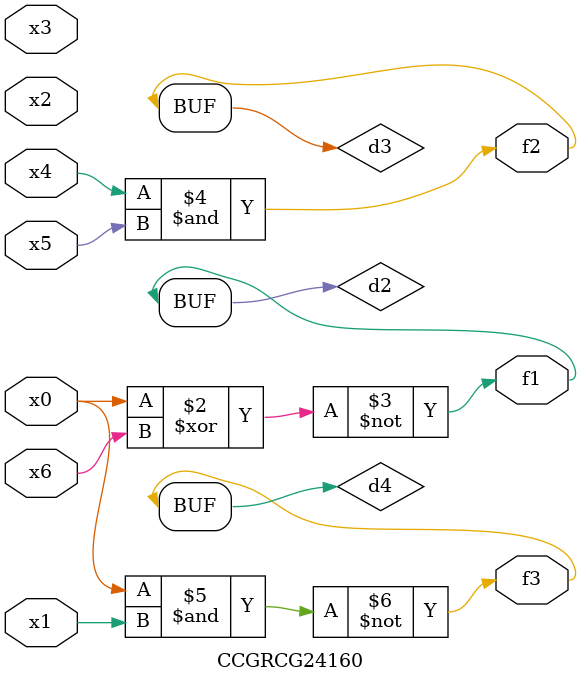
<source format=v>
module CCGRCG24160(
	input x0, x1, x2, x3, x4, x5, x6,
	output f1, f2, f3
);

	wire d1, d2, d3, d4;

	nor (d1, x0);
	xnor (d2, x0, x6);
	and (d3, x4, x5);
	nand (d4, x0, x1);
	assign f1 = d2;
	assign f2 = d3;
	assign f3 = d4;
endmodule

</source>
